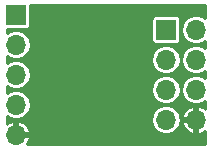
<source format=gbr>
G04 #@! TF.GenerationSoftware,KiCad,Pcbnew,(5.1.10)-1*
G04 #@! TF.CreationDate,2021-07-27T11:24:41-04:00*
G04 #@! TF.ProjectId,7ac76369a0fd96fdd889728fa7417171,37616337-3633-4363-9961-306664393666,rev?*
G04 #@! TF.SameCoordinates,Original*
G04 #@! TF.FileFunction,Copper,L2,Bot*
G04 #@! TF.FilePolarity,Positive*
%FSLAX46Y46*%
G04 Gerber Fmt 4.6, Leading zero omitted, Abs format (unit mm)*
G04 Created by KiCad (PCBNEW (5.1.10)-1) date 2021-07-27 11:24:41*
%MOMM*%
%LPD*%
G01*
G04 APERTURE LIST*
G04 #@! TA.AperFunction,ComponentPad*
%ADD10R,1.700000X1.700000*%
G04 #@! TD*
G04 #@! TA.AperFunction,ComponentPad*
%ADD11O,1.700000X1.700000*%
G04 #@! TD*
G04 #@! TA.AperFunction,ViaPad*
%ADD12C,0.800000*%
G04 #@! TD*
G04 #@! TA.AperFunction,Conductor*
%ADD13C,0.254000*%
G04 #@! TD*
G04 #@! TA.AperFunction,Conductor*
%ADD14C,0.100000*%
G04 #@! TD*
G04 APERTURE END LIST*
D10*
X194310000Y-76200000D03*
D11*
X196850000Y-76200000D03*
X194310000Y-78740000D03*
X196850000Y-78740000D03*
X194310000Y-81280000D03*
X196850000Y-81280000D03*
X194310000Y-83820000D03*
X196850000Y-83820000D03*
D10*
X181610000Y-74930000D03*
D11*
X181610000Y-77470000D03*
X181610000Y-80010000D03*
X181610000Y-82550000D03*
X181610000Y-85090000D03*
D12*
X187007500Y-76200000D03*
X186944000Y-80010000D03*
X187007500Y-83820000D03*
D13*
X197639000Y-75246683D02*
X197330312Y-75040424D01*
X196971239Y-74969000D01*
X196728761Y-74969000D01*
X196369688Y-75040424D01*
X195962499Y-75312499D01*
X195690424Y-75719688D01*
X195594884Y-76200000D01*
X195690424Y-76680312D01*
X195962499Y-77087501D01*
X196369688Y-77359576D01*
X196728761Y-77431000D01*
X196971239Y-77431000D01*
X197330312Y-77359576D01*
X197639000Y-77153317D01*
X197639000Y-77786683D01*
X197330312Y-77580424D01*
X196971239Y-77509000D01*
X196728761Y-77509000D01*
X196369688Y-77580424D01*
X195962499Y-77852499D01*
X195690424Y-78259688D01*
X195594884Y-78740000D01*
X195690424Y-79220312D01*
X195962499Y-79627501D01*
X196369688Y-79899576D01*
X196728761Y-79971000D01*
X196971239Y-79971000D01*
X197330312Y-79899576D01*
X197639000Y-79693317D01*
X197639001Y-80326683D01*
X197330312Y-80120424D01*
X196971239Y-80049000D01*
X196728761Y-80049000D01*
X196369688Y-80120424D01*
X195962499Y-80392499D01*
X195690424Y-80799688D01*
X195594884Y-81280000D01*
X195690424Y-81760312D01*
X195962499Y-82167501D01*
X196369688Y-82439576D01*
X196728761Y-82511000D01*
X196971239Y-82511000D01*
X197330312Y-82439576D01*
X197639001Y-82233317D01*
X197639001Y-82888908D01*
X197598056Y-82842348D01*
X197166982Y-82630499D01*
X196977000Y-82690807D01*
X196977000Y-83693000D01*
X196997000Y-83693000D01*
X196997000Y-83947000D01*
X196977000Y-83947000D01*
X196977000Y-84949193D01*
X197166982Y-85009501D01*
X197598056Y-84797652D01*
X197639001Y-84751092D01*
X197639001Y-85879000D01*
X182523957Y-85879000D01*
X182675245Y-85706964D01*
X182799489Y-85406980D01*
X182738627Y-85217000D01*
X181737000Y-85217000D01*
X181737000Y-85237000D01*
X181483000Y-85237000D01*
X181483000Y-85217000D01*
X181463000Y-85217000D01*
X181463000Y-84963000D01*
X181483000Y-84963000D01*
X181483000Y-83960807D01*
X181737000Y-83960807D01*
X181737000Y-84963000D01*
X182738627Y-84963000D01*
X182799489Y-84773020D01*
X182675245Y-84473036D01*
X182358056Y-84112348D01*
X181926982Y-83900499D01*
X181737000Y-83960807D01*
X181483000Y-83960807D01*
X181293018Y-83900499D01*
X180861944Y-84112348D01*
X180821000Y-84158907D01*
X180821000Y-83820000D01*
X193054884Y-83820000D01*
X193150424Y-84300312D01*
X193422499Y-84707501D01*
X193829688Y-84979576D01*
X194188761Y-85051000D01*
X194431239Y-85051000D01*
X194790312Y-84979576D01*
X195197501Y-84707501D01*
X195469576Y-84300312D01*
X195502064Y-84136980D01*
X195660511Y-84136980D01*
X195784755Y-84436964D01*
X196101944Y-84797652D01*
X196533018Y-85009501D01*
X196723000Y-84949193D01*
X196723000Y-83947000D01*
X195721373Y-83947000D01*
X195660511Y-84136980D01*
X195502064Y-84136980D01*
X195565116Y-83820000D01*
X195502065Y-83503020D01*
X195660511Y-83503020D01*
X195721373Y-83693000D01*
X196723000Y-83693000D01*
X196723000Y-82690807D01*
X196533018Y-82630499D01*
X196101944Y-82842348D01*
X195784755Y-83203036D01*
X195660511Y-83503020D01*
X195502065Y-83503020D01*
X195469576Y-83339688D01*
X195197501Y-82932499D01*
X194790312Y-82660424D01*
X194431239Y-82589000D01*
X194188761Y-82589000D01*
X193829688Y-82660424D01*
X193422499Y-82932499D01*
X193150424Y-83339688D01*
X193054884Y-83820000D01*
X180821000Y-83820000D01*
X180821000Y-83503317D01*
X181129688Y-83709576D01*
X181488761Y-83781000D01*
X181731239Y-83781000D01*
X182090312Y-83709576D01*
X182497501Y-83437501D01*
X182769576Y-83030312D01*
X182865116Y-82550000D01*
X182769576Y-82069688D01*
X182497501Y-81662499D01*
X182090312Y-81390424D01*
X181731239Y-81319000D01*
X181488761Y-81319000D01*
X181129688Y-81390424D01*
X180821000Y-81596683D01*
X180821000Y-81280000D01*
X193054884Y-81280000D01*
X193150424Y-81760312D01*
X193422499Y-82167501D01*
X193829688Y-82439576D01*
X194188761Y-82511000D01*
X194431239Y-82511000D01*
X194790312Y-82439576D01*
X195197501Y-82167501D01*
X195469576Y-81760312D01*
X195565116Y-81280000D01*
X195469576Y-80799688D01*
X195197501Y-80392499D01*
X194790312Y-80120424D01*
X194431239Y-80049000D01*
X194188761Y-80049000D01*
X193829688Y-80120424D01*
X193422499Y-80392499D01*
X193150424Y-80799688D01*
X193054884Y-81280000D01*
X180821000Y-81280000D01*
X180821000Y-80963317D01*
X181129688Y-81169576D01*
X181488761Y-81241000D01*
X181731239Y-81241000D01*
X182090312Y-81169576D01*
X182497501Y-80897501D01*
X182769576Y-80490312D01*
X182865116Y-80010000D01*
X182769576Y-79529688D01*
X182497501Y-79122499D01*
X182090312Y-78850424D01*
X181731239Y-78779000D01*
X181488761Y-78779000D01*
X181129688Y-78850424D01*
X180821000Y-79056683D01*
X180821000Y-78740000D01*
X193054884Y-78740000D01*
X193150424Y-79220312D01*
X193422499Y-79627501D01*
X193829688Y-79899576D01*
X194188761Y-79971000D01*
X194431239Y-79971000D01*
X194790312Y-79899576D01*
X195197501Y-79627501D01*
X195469576Y-79220312D01*
X195565116Y-78740000D01*
X195469576Y-78259688D01*
X195197501Y-77852499D01*
X194790312Y-77580424D01*
X194431239Y-77509000D01*
X194188761Y-77509000D01*
X193829688Y-77580424D01*
X193422499Y-77852499D01*
X193150424Y-78259688D01*
X193054884Y-78740000D01*
X180821000Y-78740000D01*
X180821000Y-78423317D01*
X181129688Y-78629576D01*
X181488761Y-78701000D01*
X181731239Y-78701000D01*
X182090312Y-78629576D01*
X182497501Y-78357501D01*
X182769576Y-77950312D01*
X182865116Y-77470000D01*
X182769576Y-76989688D01*
X182497501Y-76582499D01*
X182090312Y-76310424D01*
X181731239Y-76239000D01*
X181488761Y-76239000D01*
X181129688Y-76310424D01*
X180821000Y-76516683D01*
X180821000Y-76168464D01*
X182460000Y-76168464D01*
X182608659Y-76138894D01*
X182734686Y-76054686D01*
X182818894Y-75928659D01*
X182848464Y-75780000D01*
X182848464Y-75350000D01*
X193071536Y-75350000D01*
X193071536Y-77050000D01*
X193101106Y-77198659D01*
X193185314Y-77324686D01*
X193311341Y-77408894D01*
X193460000Y-77438464D01*
X195160000Y-77438464D01*
X195308659Y-77408894D01*
X195434686Y-77324686D01*
X195518894Y-77198659D01*
X195548464Y-77050000D01*
X195548464Y-75350000D01*
X195518894Y-75201341D01*
X195434686Y-75075314D01*
X195308659Y-74991106D01*
X195160000Y-74961536D01*
X193460000Y-74961536D01*
X193311341Y-74991106D01*
X193185314Y-75075314D01*
X193101106Y-75201341D01*
X193071536Y-75350000D01*
X182848464Y-75350000D01*
X182848464Y-74141000D01*
X197639000Y-74141000D01*
X197639000Y-75246683D01*
G04 #@! TA.AperFunction,Conductor*
D14*
G36*
X197639000Y-75246683D02*
G01*
X197330312Y-75040424D01*
X196971239Y-74969000D01*
X196728761Y-74969000D01*
X196369688Y-75040424D01*
X195962499Y-75312499D01*
X195690424Y-75719688D01*
X195594884Y-76200000D01*
X195690424Y-76680312D01*
X195962499Y-77087501D01*
X196369688Y-77359576D01*
X196728761Y-77431000D01*
X196971239Y-77431000D01*
X197330312Y-77359576D01*
X197639000Y-77153317D01*
X197639000Y-77786683D01*
X197330312Y-77580424D01*
X196971239Y-77509000D01*
X196728761Y-77509000D01*
X196369688Y-77580424D01*
X195962499Y-77852499D01*
X195690424Y-78259688D01*
X195594884Y-78740000D01*
X195690424Y-79220312D01*
X195962499Y-79627501D01*
X196369688Y-79899576D01*
X196728761Y-79971000D01*
X196971239Y-79971000D01*
X197330312Y-79899576D01*
X197639000Y-79693317D01*
X197639001Y-80326683D01*
X197330312Y-80120424D01*
X196971239Y-80049000D01*
X196728761Y-80049000D01*
X196369688Y-80120424D01*
X195962499Y-80392499D01*
X195690424Y-80799688D01*
X195594884Y-81280000D01*
X195690424Y-81760312D01*
X195962499Y-82167501D01*
X196369688Y-82439576D01*
X196728761Y-82511000D01*
X196971239Y-82511000D01*
X197330312Y-82439576D01*
X197639001Y-82233317D01*
X197639001Y-82888908D01*
X197598056Y-82842348D01*
X197166982Y-82630499D01*
X196977000Y-82690807D01*
X196977000Y-83693000D01*
X196997000Y-83693000D01*
X196997000Y-83947000D01*
X196977000Y-83947000D01*
X196977000Y-84949193D01*
X197166982Y-85009501D01*
X197598056Y-84797652D01*
X197639001Y-84751092D01*
X197639001Y-85879000D01*
X182523957Y-85879000D01*
X182675245Y-85706964D01*
X182799489Y-85406980D01*
X182738627Y-85217000D01*
X181737000Y-85217000D01*
X181737000Y-85237000D01*
X181483000Y-85237000D01*
X181483000Y-85217000D01*
X181463000Y-85217000D01*
X181463000Y-84963000D01*
X181483000Y-84963000D01*
X181483000Y-83960807D01*
X181737000Y-83960807D01*
X181737000Y-84963000D01*
X182738627Y-84963000D01*
X182799489Y-84773020D01*
X182675245Y-84473036D01*
X182358056Y-84112348D01*
X181926982Y-83900499D01*
X181737000Y-83960807D01*
X181483000Y-83960807D01*
X181293018Y-83900499D01*
X180861944Y-84112348D01*
X180821000Y-84158907D01*
X180821000Y-83820000D01*
X193054884Y-83820000D01*
X193150424Y-84300312D01*
X193422499Y-84707501D01*
X193829688Y-84979576D01*
X194188761Y-85051000D01*
X194431239Y-85051000D01*
X194790312Y-84979576D01*
X195197501Y-84707501D01*
X195469576Y-84300312D01*
X195502064Y-84136980D01*
X195660511Y-84136980D01*
X195784755Y-84436964D01*
X196101944Y-84797652D01*
X196533018Y-85009501D01*
X196723000Y-84949193D01*
X196723000Y-83947000D01*
X195721373Y-83947000D01*
X195660511Y-84136980D01*
X195502064Y-84136980D01*
X195565116Y-83820000D01*
X195502065Y-83503020D01*
X195660511Y-83503020D01*
X195721373Y-83693000D01*
X196723000Y-83693000D01*
X196723000Y-82690807D01*
X196533018Y-82630499D01*
X196101944Y-82842348D01*
X195784755Y-83203036D01*
X195660511Y-83503020D01*
X195502065Y-83503020D01*
X195469576Y-83339688D01*
X195197501Y-82932499D01*
X194790312Y-82660424D01*
X194431239Y-82589000D01*
X194188761Y-82589000D01*
X193829688Y-82660424D01*
X193422499Y-82932499D01*
X193150424Y-83339688D01*
X193054884Y-83820000D01*
X180821000Y-83820000D01*
X180821000Y-83503317D01*
X181129688Y-83709576D01*
X181488761Y-83781000D01*
X181731239Y-83781000D01*
X182090312Y-83709576D01*
X182497501Y-83437501D01*
X182769576Y-83030312D01*
X182865116Y-82550000D01*
X182769576Y-82069688D01*
X182497501Y-81662499D01*
X182090312Y-81390424D01*
X181731239Y-81319000D01*
X181488761Y-81319000D01*
X181129688Y-81390424D01*
X180821000Y-81596683D01*
X180821000Y-81280000D01*
X193054884Y-81280000D01*
X193150424Y-81760312D01*
X193422499Y-82167501D01*
X193829688Y-82439576D01*
X194188761Y-82511000D01*
X194431239Y-82511000D01*
X194790312Y-82439576D01*
X195197501Y-82167501D01*
X195469576Y-81760312D01*
X195565116Y-81280000D01*
X195469576Y-80799688D01*
X195197501Y-80392499D01*
X194790312Y-80120424D01*
X194431239Y-80049000D01*
X194188761Y-80049000D01*
X193829688Y-80120424D01*
X193422499Y-80392499D01*
X193150424Y-80799688D01*
X193054884Y-81280000D01*
X180821000Y-81280000D01*
X180821000Y-80963317D01*
X181129688Y-81169576D01*
X181488761Y-81241000D01*
X181731239Y-81241000D01*
X182090312Y-81169576D01*
X182497501Y-80897501D01*
X182769576Y-80490312D01*
X182865116Y-80010000D01*
X182769576Y-79529688D01*
X182497501Y-79122499D01*
X182090312Y-78850424D01*
X181731239Y-78779000D01*
X181488761Y-78779000D01*
X181129688Y-78850424D01*
X180821000Y-79056683D01*
X180821000Y-78740000D01*
X193054884Y-78740000D01*
X193150424Y-79220312D01*
X193422499Y-79627501D01*
X193829688Y-79899576D01*
X194188761Y-79971000D01*
X194431239Y-79971000D01*
X194790312Y-79899576D01*
X195197501Y-79627501D01*
X195469576Y-79220312D01*
X195565116Y-78740000D01*
X195469576Y-78259688D01*
X195197501Y-77852499D01*
X194790312Y-77580424D01*
X194431239Y-77509000D01*
X194188761Y-77509000D01*
X193829688Y-77580424D01*
X193422499Y-77852499D01*
X193150424Y-78259688D01*
X193054884Y-78740000D01*
X180821000Y-78740000D01*
X180821000Y-78423317D01*
X181129688Y-78629576D01*
X181488761Y-78701000D01*
X181731239Y-78701000D01*
X182090312Y-78629576D01*
X182497501Y-78357501D01*
X182769576Y-77950312D01*
X182865116Y-77470000D01*
X182769576Y-76989688D01*
X182497501Y-76582499D01*
X182090312Y-76310424D01*
X181731239Y-76239000D01*
X181488761Y-76239000D01*
X181129688Y-76310424D01*
X180821000Y-76516683D01*
X180821000Y-76168464D01*
X182460000Y-76168464D01*
X182608659Y-76138894D01*
X182734686Y-76054686D01*
X182818894Y-75928659D01*
X182848464Y-75780000D01*
X182848464Y-75350000D01*
X193071536Y-75350000D01*
X193071536Y-77050000D01*
X193101106Y-77198659D01*
X193185314Y-77324686D01*
X193311341Y-77408894D01*
X193460000Y-77438464D01*
X195160000Y-77438464D01*
X195308659Y-77408894D01*
X195434686Y-77324686D01*
X195518894Y-77198659D01*
X195548464Y-77050000D01*
X195548464Y-75350000D01*
X195518894Y-75201341D01*
X195434686Y-75075314D01*
X195308659Y-74991106D01*
X195160000Y-74961536D01*
X193460000Y-74961536D01*
X193311341Y-74991106D01*
X193185314Y-75075314D01*
X193101106Y-75201341D01*
X193071536Y-75350000D01*
X182848464Y-75350000D01*
X182848464Y-74141000D01*
X197639000Y-74141000D01*
X197639000Y-75246683D01*
G37*
G04 #@! TD.AperFunction*
M02*

</source>
